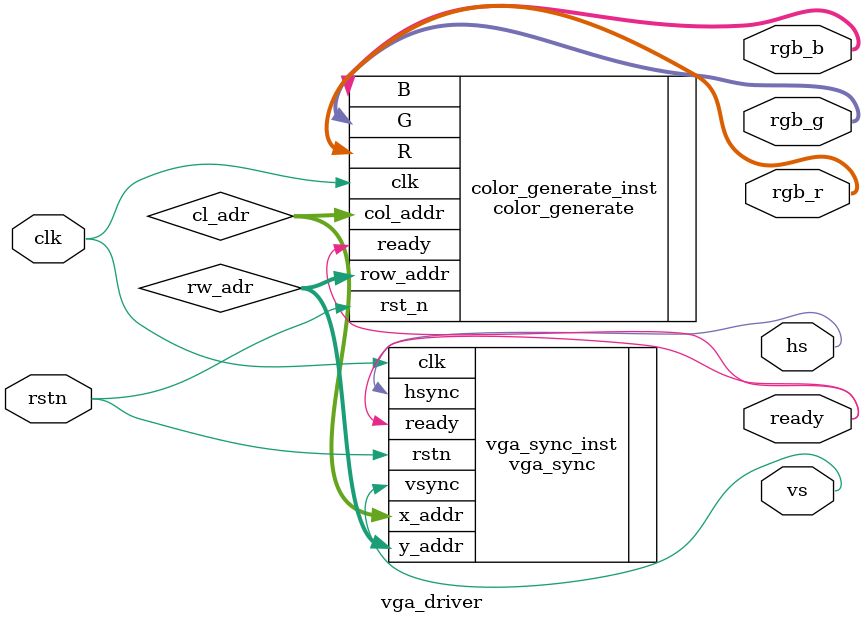
<source format=v>
module vga_driver(
	input                 clk,           //pixel clock
	input                 rstn,           //reset signal high active
	output                hs,            //horizontal synchronization
	output                vs,            //vertical synchronization
	output                ready,            //video valid
	output[7:0]           rgb_r,         //video red data
	output[7:0]           rgb_g,         //video green data
	output[7:0]           rgb_b          //video blue data
);

wire [10:0] cl_adr;
wire [10:0] rw_adr;

vga_sync vga_sync_inst(
    .hsync(hs),
    .vsync(vs),
    .ready(ready),
    .x_addr(cl_adr),
    .y_addr(rw_adr),
    .clk(clk),
    .rstn(rstn)
);

color_generate color_generate_inst(
    .R(rgb_r),
    .G(rgb_g),
    .B(rgb_b),

    .clk(clk),
    .rst_n(rstn),
    .col_addr(cl_adr),
    .row_addr(rw_adr),
    .ready(ready)
);

endmodule 
</source>
